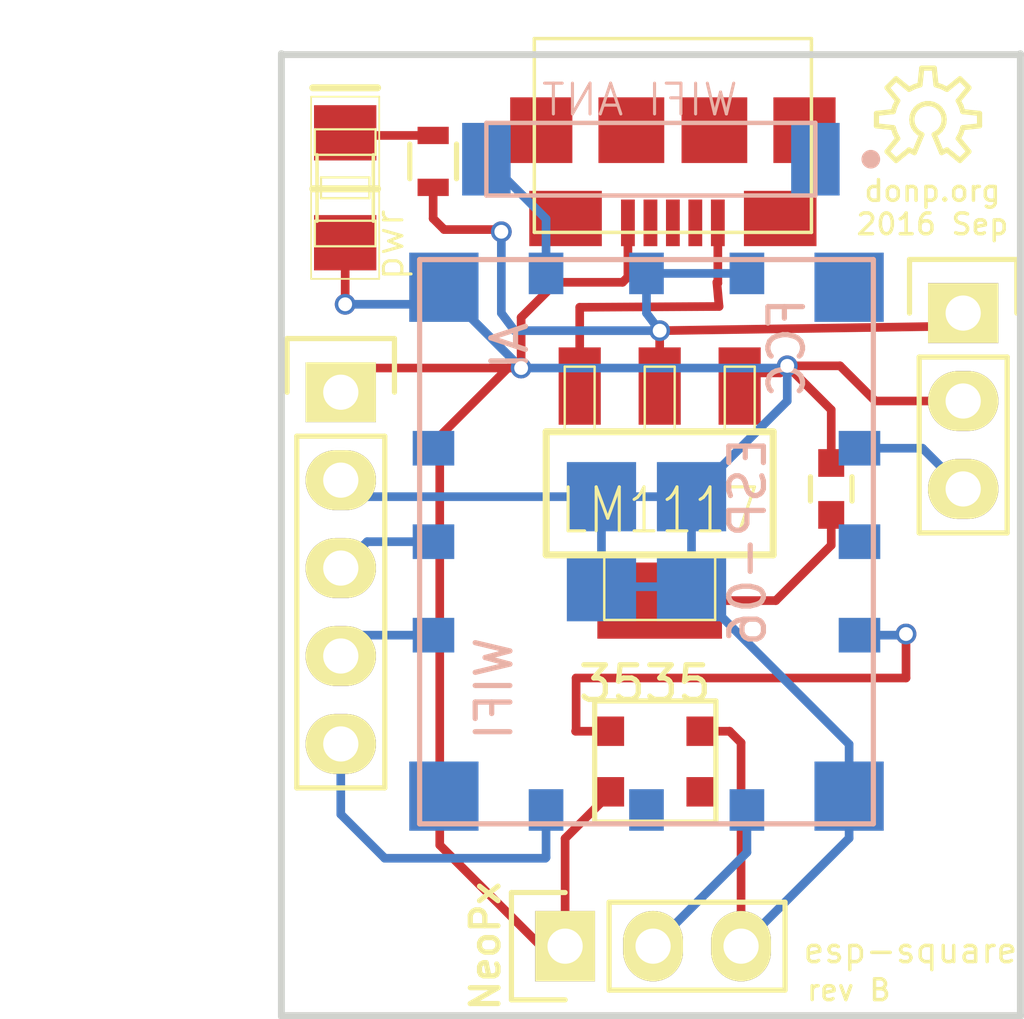
<source format=kicad_pcb>
(kicad_pcb (version 4) (host pcbnew 4.1.0-alpha+201607031448+6962~45~ubuntu15.04.1-product)

  (general
    (links 0)
    (no_connects 0)
    (area 123.678215 35.86461 161.627286 73.743285)
    (thickness 1.6)
    (drawings 7)
    (tracks 99)
    (zones 0)
    (modules 12)
    (nets 1)
  )

  (page A4)
  (layers
    (0 F.Cu signal)
    (31 B.Cu signal)
    (32 B.Adhes user)
    (33 F.Adhes user)
    (34 B.Paste user)
    (35 F.Paste user)
    (36 B.SilkS user)
    (37 F.SilkS user)
    (38 B.Mask user)
    (39 F.Mask user)
    (40 Dwgs.User user)
    (41 Cmts.User user)
    (42 Eco1.User user)
    (43 Eco2.User user)
    (44 Edge.Cuts user)
    (45 Margin user)
    (46 B.CrtYd user)
    (47 F.CrtYd user)
    (48 B.Fab user)
    (49 F.Fab user)
  )

  (setup
    (last_trace_width 0.25)
    (trace_clearance 0.2)
    (zone_clearance 0.508)
    (zone_45_only no)
    (trace_min 0.2)
    (segment_width 0.2)
    (edge_width 0.2)
    (via_size 0.6)
    (via_drill 0.4)
    (via_min_size 0.4)
    (via_min_drill 0.3)
    (uvia_size 0.3)
    (uvia_drill 0.1)
    (uvias_allowed no)
    (uvia_min_size 0.2)
    (uvia_min_drill 0.1)
    (pcb_text_width 0.3)
    (pcb_text_size 1.5 1.5)
    (mod_edge_width 0.15)
    (mod_text_size 1 1)
    (mod_text_width 0.15)
    (pad_size 3.59918 2.19964)
    (pad_drill 0)
    (pad_to_mask_clearance 0.2)
    (aux_axis_origin 0 0)
    (visible_elements FFFEFF7F)
    (pcbplotparams
      (layerselection 0x010f0_ffffffff)
      (usegerberextensions true)
      (excludeedgelayer true)
      (linewidth 0.100000)
      (plotframeref false)
      (viasonmask false)
      (mode 1)
      (useauxorigin false)
      (hpglpennumber 1)
      (hpglpenspeed 20)
      (hpglpendiameter 15)
      (psnegative false)
      (psa4output false)
      (plotreference true)
      (plotvalue true)
      (plotinvisibletext false)
      (padsonsilk false)
      (subtractmaskfromsilk false)
      (outputformat 1)
      (mirror false)
      (drillshape 0)
      (scaleselection 1)
      (outputdirectory /home/donp/osh/espsquare))
  )

  (net 0 "")

  (net_class Default "This is the default net class."
    (clearance 0.2)
    (trace_width 0.25)
    (via_dia 0.6)
    (via_drill 0.4)
    (uvia_dia 0.3)
    (uvia_drill 0.1)
  )

  (module Pin_Headers:Pin_Header_Straight_1x03 (layer F.Cu) (tedit 57B8E39A) (tstamp 57BC01B3)
    (at 151.638 45.466)
    (descr "Through hole pin header")
    (tags "pin header")
    (fp_text reference "" (at 0 -2.3) (layer F.SilkS)
      (effects (font (size 0.8 0.9) (thickness 0.15)))
    )
    (fp_text value Pin_Header_Straight_1x03 (at 0 -3.1) (layer F.Fab) hide
      (effects (font (size 1 1) (thickness 0.15)))
    )
    (fp_line (start -1.75 -1.75) (end -1.75 6.85) (layer F.CrtYd) (width 0.05))
    (fp_line (start 1.75 -1.75) (end 1.75 6.85) (layer F.CrtYd) (width 0.05))
    (fp_line (start -1.75 -1.75) (end 1.75 -1.75) (layer F.CrtYd) (width 0.05))
    (fp_line (start -1.75 6.85) (end 1.75 6.85) (layer F.CrtYd) (width 0.05))
    (fp_line (start -1.27 1.27) (end -1.27 6.35) (layer F.SilkS) (width 0.15))
    (fp_line (start -1.27 6.35) (end 1.27 6.35) (layer F.SilkS) (width 0.15))
    (fp_line (start 1.27 6.35) (end 1.27 1.27) (layer F.SilkS) (width 0.15))
    (fp_line (start 1.55 -1.55) (end 1.55 0) (layer F.SilkS) (width 0.15))
    (fp_line (start 1.27 1.27) (end -1.27 1.27) (layer F.SilkS) (width 0.15))
    (fp_line (start -1.55 0) (end -1.55 -1.55) (layer F.SilkS) (width 0.15))
    (fp_line (start -1.55 -1.55) (end 1.55 -1.55) (layer F.SilkS) (width 0.15))
    (pad 1 thru_hole rect (at 0 0) (size 2.032 1.7272) (drill 1.016) (layers *.Cu *.Mask F.SilkS))
    (pad 2 thru_hole oval (at 0 2.54) (size 2.032 1.7272) (drill 1.016) (layers *.Cu *.Mask F.SilkS))
    (pad 3 thru_hole oval (at 0 5.08) (size 2.032 1.7272) (drill 1.016) (layers *.Cu *.Mask F.SilkS))
    (model Pin_Headers.3dshapes/Pin_Header_Straight_1x03.wrl
      (at (xyz 0 -0.1 0))
      (scale (xyz 1 1 1))
      (rotate (xyz 0 0 90))
    )
    (model Pin_Headers.3dshapes/Pin_Header_Straight_1x03.wrl
      (at (xyz 0 -0.1 0))
      (scale (xyz 1 1 1))
      (rotate (xyz 0 0 90))
    )
    (model Pin_Headers.3dshapes/Pin_Header_Straight_1x03.wrl
      (at (xyz 0 -0.1 0))
      (scale (xyz 1 1 1))
      (rotate (xyz 0 0 90))
    )
    (model Pin_Headers.3dshapes/Pin_Header_Straight_1x03.wrl
      (at (xyz 0 -0.1 0))
      (scale (xyz 1 1 1))
      (rotate (xyz 0 0 90))
    )
  )

  (module aalay:aalay-LED1206 (layer F.Cu) (tedit 57B713D9) (tstamp 56F9A37D)
    (at 133.7945 41.8465 90)
    (attr smd)
    (fp_text reference pwr (at -1.651 1.27 90) (layer F.SilkS)
      (effects (font (size 0.8 0.8) (thickness 0.0889)))
    )
    (fp_text value >VALUE (at 0.508 2.032 90) (layer B.SilkS) hide
      (effects (font (size 1.016 1.016) (thickness 0.0889)) (justify mirror))
    )
    (fp_line (start -1.6891 0.8763) (end -0.9525 0.8763) (layer F.SilkS) (width 0.06604))
    (fp_line (start -0.9525 0.8763) (end -0.9525 -0.8763) (layer F.SilkS) (width 0.06604))
    (fp_line (start -1.6891 -0.8763) (end -0.9525 -0.8763) (layer F.SilkS) (width 0.06604))
    (fp_line (start -1.6891 0.8763) (end -1.6891 -0.8763) (layer F.SilkS) (width 0.06604))
    (fp_line (start 0.9525 0.8763) (end 1.6891 0.8763) (layer F.SilkS) (width 0.06604))
    (fp_line (start 1.6891 0.8763) (end 1.6891 -0.8763) (layer F.SilkS) (width 0.06604))
    (fp_line (start 0.9525 -0.8763) (end 1.6891 -0.8763) (layer F.SilkS) (width 0.06604))
    (fp_line (start 0.9525 0.8763) (end 0.9525 -0.8763) (layer F.SilkS) (width 0.06604))
    (fp_line (start -0.29972 0.6985) (end 0.29972 0.6985) (layer F.SilkS) (width 0.06604))
    (fp_line (start 0.29972 0.6985) (end 0.29972 -0.6985) (layer F.SilkS) (width 0.06604))
    (fp_line (start -0.29972 -0.6985) (end 0.29972 -0.6985) (layer F.SilkS) (width 0.06604))
    (fp_line (start -0.29972 0.6985) (end -0.29972 -0.6985) (layer F.SilkS) (width 0.06604))
    (fp_line (start 0.9525 0.8128) (end -0.9652 0.8128) (layer F.SilkS) (width 0.1016))
    (fp_line (start 0.9525 -0.8128) (end -0.9652 -0.8128) (layer F.SilkS) (width 0.1016))
    (fp_line (start -2.63144 -0.98298) (end 2.63144 -0.98298) (layer F.SilkS) (width 0.0508))
    (fp_line (start 2.63144 -0.98298) (end 2.63144 0.98298) (layer F.SilkS) (width 0.0508))
    (fp_line (start 2.63144 0.98298) (end -2.63144 0.98298) (layer F.SilkS) (width 0.0508))
    (fp_line (start -2.63144 0.98298) (end -2.63144 -0.98298) (layer F.SilkS) (width 0.0508))
    (fp_line (start -0.03048 0.93472) (end -0.03048 -0.93472) (layer F.SilkS) (width 0.2032))
    (fp_line (start 2.88798 0.93472) (end 2.88798 -0.93472) (layer F.SilkS) (width 0.2032))
    (pad A smd rect (at -1.5875 0 90) (size 1.59766 1.80086) (layers F.Cu F.Paste F.Mask))
    (pad K smd rect (at 1.5875 0 90) (size 1.59766 1.80086) (layers F.Cu F.Paste F.Mask))
  )

  (module Pin_Headers:Pin_Header_Straight_1x03 (layer F.Cu) (tedit 57B8E513) (tstamp 56F7230E)
    (at 140.1445 63.754 90)
    (descr "Through hole pin header")
    (tags "pin header")
    (fp_text reference NeoPx (at 0 -2.3 90) (layer F.SilkS)
      (effects (font (size 0.8 0.8) (thickness 0.15)))
    )
    (fp_text value Pin_Header_Straight_1x03 (at 0 -3.1 90) (layer F.Fab) hide
      (effects (font (size 1 1) (thickness 0.15)))
    )
    (fp_line (start -1.75 -1.75) (end -1.75 6.85) (layer F.CrtYd) (width 0.05))
    (fp_line (start 1.75 -1.75) (end 1.75 6.85) (layer F.CrtYd) (width 0.05))
    (fp_line (start -1.75 -1.75) (end 1.75 -1.75) (layer F.CrtYd) (width 0.05))
    (fp_line (start -1.75 6.85) (end 1.75 6.85) (layer F.CrtYd) (width 0.05))
    (fp_line (start -1.27 1.27) (end -1.27 6.35) (layer F.SilkS) (width 0.15))
    (fp_line (start -1.27 6.35) (end 1.27 6.35) (layer F.SilkS) (width 0.15))
    (fp_line (start 1.27 6.35) (end 1.27 1.27) (layer F.SilkS) (width 0.15))
    (fp_line (start 1.55 -1.55) (end 1.55 0) (layer F.SilkS) (width 0.15))
    (fp_line (start 1.27 1.27) (end -1.27 1.27) (layer F.SilkS) (width 0.15))
    (fp_line (start -1.55 0) (end -1.55 -1.55) (layer F.SilkS) (width 0.15))
    (fp_line (start -1.55 -1.55) (end 1.55 -1.55) (layer F.SilkS) (width 0.15))
    (pad 1 thru_hole rect (at 0 0 90) (size 2.032 1.7272) (drill 1.016) (layers *.Cu *.Mask F.SilkS))
    (pad 2 thru_hole oval (at 0 2.54 90) (size 2.032 1.7272) (drill 1.016) (layers *.Cu *.Mask F.SilkS))
    (pad 3 thru_hole oval (at 0 5.08 90) (size 2.032 1.7272) (drill 1.016) (layers *.Cu *.Mask F.SilkS))
    (model Pin_Headers.3dshapes/Pin_Header_Straight_1x03.wrl
      (at (xyz 0 -0.1 0))
      (scale (xyz 1 1 1))
      (rotate (xyz 0 0 90))
    )
    (model Pin_Headers.3dshapes/Pin_Header_Straight_1x03.wrl
      (at (xyz 0 -0.1 0))
      (scale (xyz 1 1 1))
      (rotate (xyz 0 0 90))
    )
  )

  (module aalay:aalay-SOT223 (layer F.Cu) (tedit 56F70B8E) (tstamp 56F03C8A)
    (at 142.875 50.673 180)
    (descr "SOT223 PACKAGE")
    (tags "SOT223 PACKAGE")
    (attr smd)
    (fp_text reference LM1117 (at 0 -0.5 180) (layer F.SilkS)
      (effects (font (size 1.27 1) (thickness 0.0889)))
    )
    (fp_text value >VALUE (at 1.27 0.6858 180) (layer B.SilkS) hide
      (effects (font (size 1.27 1.27) (thickness 0.0889)) (justify mirror))
    )
    (fp_line (start -1.6002 -1.80086) (end 1.6002 -1.80086) (layer F.SilkS) (width 0.06604))
    (fp_line (start 1.6002 -1.80086) (end 1.6002 -3.6576) (layer F.SilkS) (width 0.06604))
    (fp_line (start -1.6002 -3.6576) (end 1.6002 -3.6576) (layer F.SilkS) (width 0.06604))
    (fp_line (start -1.6002 -1.80086) (end -1.6002 -3.6576) (layer F.SilkS) (width 0.06604))
    (fp_line (start -0.4318 3.6576) (end 0.4318 3.6576) (layer F.SilkS) (width 0.06604))
    (fp_line (start 0.4318 3.6576) (end 0.4318 1.80086) (layer F.SilkS) (width 0.06604))
    (fp_line (start -0.4318 1.80086) (end 0.4318 1.80086) (layer F.SilkS) (width 0.06604))
    (fp_line (start -0.4318 3.6576) (end -0.4318 1.80086) (layer F.SilkS) (width 0.06604))
    (fp_line (start -2.7432 3.6576) (end -1.8796 3.6576) (layer F.SilkS) (width 0.06604))
    (fp_line (start -1.8796 3.6576) (end -1.8796 1.80086) (layer F.SilkS) (width 0.06604))
    (fp_line (start -2.7432 1.80086) (end -1.8796 1.80086) (layer F.SilkS) (width 0.06604))
    (fp_line (start -2.7432 3.6576) (end -2.7432 1.80086) (layer F.SilkS) (width 0.06604))
    (fp_line (start 1.8796 3.6576) (end 2.7432 3.6576) (layer F.SilkS) (width 0.06604))
    (fp_line (start 2.7432 3.6576) (end 2.7432 1.80086) (layer F.SilkS) (width 0.06604))
    (fp_line (start 1.8796 1.80086) (end 2.7432 1.80086) (layer F.SilkS) (width 0.06604))
    (fp_line (start 1.8796 3.6576) (end 1.8796 1.80086) (layer F.SilkS) (width 0.06604))
    (fp_line (start -1.6002 -1.80086) (end 1.6002 -1.80086) (layer F.SilkS) (width 0.06604))
    (fp_line (start 1.6002 -1.80086) (end 1.6002 -3.6576) (layer F.SilkS) (width 0.06604))
    (fp_line (start -1.6002 -3.6576) (end 1.6002 -3.6576) (layer F.SilkS) (width 0.06604))
    (fp_line (start -1.6002 -1.80086) (end -1.6002 -3.6576) (layer F.SilkS) (width 0.06604))
    (fp_line (start -0.4318 3.6576) (end 0.4318 3.6576) (layer F.SilkS) (width 0.06604))
    (fp_line (start 0.4318 3.6576) (end 0.4318 1.80086) (layer F.SilkS) (width 0.06604))
    (fp_line (start -0.4318 1.80086) (end 0.4318 1.80086) (layer F.SilkS) (width 0.06604))
    (fp_line (start -0.4318 3.6576) (end -0.4318 1.80086) (layer F.SilkS) (width 0.06604))
    (fp_line (start -2.7432 3.6576) (end -1.8796 3.6576) (layer F.SilkS) (width 0.06604))
    (fp_line (start -1.8796 3.6576) (end -1.8796 1.80086) (layer F.SilkS) (width 0.06604))
    (fp_line (start -2.7432 1.80086) (end -1.8796 1.80086) (layer F.SilkS) (width 0.06604))
    (fp_line (start -2.7432 3.6576) (end -2.7432 1.80086) (layer F.SilkS) (width 0.06604))
    (fp_line (start 1.8796 3.6576) (end 2.7432 3.6576) (layer F.SilkS) (width 0.06604))
    (fp_line (start 2.7432 3.6576) (end 2.7432 1.80086) (layer F.SilkS) (width 0.06604))
    (fp_line (start 1.8796 1.80086) (end 2.7432 1.80086) (layer F.SilkS) (width 0.06604))
    (fp_line (start 1.8796 3.6576) (end 1.8796 1.80086) (layer F.SilkS) (width 0.06604))
    (fp_line (start 3.2766 -1.778) (end 3.2766 1.778) (layer F.SilkS) (width 0.2032))
    (fp_line (start 3.2766 1.778) (end -3.2766 1.778) (layer F.SilkS) (width 0.2032))
    (fp_line (start -3.2766 1.778) (end -3.2766 -1.778) (layer F.SilkS) (width 0.2032))
    (fp_line (start -3.2766 -1.778) (end 3.2766 -1.778) (layer F.SilkS) (width 0.2032))
    (pad GND smd rect (at -2.30886 3.0988 180) (size 1.21666 2.23266) (layers F.Cu F.Paste F.Mask))
    (pad OUT smd rect (at 0 3.0988 180) (size 1.21666 2.23266) (layers F.Cu F.Paste F.Mask))
    (pad IN smd rect (at 2.30886 3.0988 180) (size 1.21666 2.23266) (layers F.Cu F.Paste F.Mask))
    (pad OUT smd rect (at 0 -3.0988 180) (size 3.59918 2.19964) (layers F.Cu F.Paste F.Mask))
  )

  (module OPL-Antenna:OPL-Antenna-ANT2-SMD-9.5X2.1X1.0MM (layer B.Cu) (tedit 577AC5CE) (tstamp 56EF2E24)
    (at 142.621 41.021 180)
    (attr smd)
    (fp_text reference "WIFI ANT" (at 0.3175 1.7145 180) (layer B.SilkS)
      (effects (font (size 0.889 0.889) (thickness 0.0889)) (justify mirror))
    )
    (fp_text value >VALUE (at 0.762 -2.0955 180) (layer F.SilkS) hide
      (effects (font (size 0.889 0.889) (thickness 0.0889)))
    )
    (fp_line (start -4.7498 -1.04902) (end 4.7498 -1.04902) (layer B.SilkS) (width 0.06604))
    (fp_line (start 4.7498 -1.04902) (end 4.7498 1.04902) (layer B.SilkS) (width 0.06604))
    (fp_line (start -4.7498 1.04902) (end 4.7498 1.04902) (layer B.SilkS) (width 0.06604))
    (fp_line (start -4.7498 -1.04902) (end -4.7498 1.04902) (layer B.SilkS) (width 0.06604))
    (fp_line (start -4.7498 1.04902) (end 4.7498 1.04902) (layer B.SilkS) (width 0.127))
    (fp_line (start 4.7498 1.04902) (end 4.7498 -1.04902) (layer B.SilkS) (width 0.127))
    (fp_line (start 4.7498 -1.04902) (end -4.7498 -1.04902) (layer B.SilkS) (width 0.127))
    (fp_line (start -4.7498 -1.04902) (end -4.7498 1.04902) (layer B.SilkS) (width 0.127))
    (fp_circle (center -6.35 0) (end -6.5405 -0.1905) (layer B.SilkS) (width 0))
    (pad 1 smd rect (at -4.7498 0 180) (size 1.39954 2.09804) (layers B.Cu B.Paste B.Mask))
    (pad 2 smd rect (at 4.7498 0 180) (size 1.39954 2.09804) (layers B.Cu B.Paste B.Mask))
  )

  (module Resistors_SMD:R_0603 (layer F.Cu) (tedit 57B8D37B) (tstamp 577AC355)
    (at 136.3345 41.0845 90)
    (descr "Resistor SMD 0603, reflow soldering, Vishay (see dcrcw.pdf)")
    (tags "resistor 0603")
    (attr smd)
    (fp_text reference "" (at 0 -1.9 90) (layer F.SilkS)
      (effects (font (size 1 1) (thickness 0.15)))
    )
    (fp_text value R_0603 (at 0 1.9 90) (layer F.Fab)
      (effects (font (size 0.5 0.5) (thickness 0.125)))
    )
    (fp_line (start -1.3 -0.8) (end 1.3 -0.8) (layer F.CrtYd) (width 0.05))
    (fp_line (start -1.3 0.8) (end 1.3 0.8) (layer F.CrtYd) (width 0.05))
    (fp_line (start -1.3 -0.8) (end -1.3 0.8) (layer F.CrtYd) (width 0.05))
    (fp_line (start 1.3 -0.8) (end 1.3 0.8) (layer F.CrtYd) (width 0.05))
    (fp_line (start 0.5 0.675) (end -0.5 0.675) (layer F.SilkS) (width 0.15))
    (fp_line (start -0.5 -0.675) (end 0.5 -0.675) (layer F.SilkS) (width 0.15))
    (pad 1 smd rect (at -0.75 0 90) (size 0.5 0.9) (layers F.Cu F.Paste F.Mask))
    (pad 2 smd rect (at 0.75 0 90) (size 0.5 0.9) (layers F.Cu F.Paste F.Mask))
    (model Resistors_SMD.3dshapes/R_0603.wrl
      (at (xyz 0 0 0))
      (scale (xyz 1 1 1))
      (rotate (xyz 0 0 0))
    )
    (model Resistors_SMD.3dshapes/R_0603.wrl
      (at (xyz 0 0 0))
      (scale (xyz 1 1 1))
      (rotate (xyz 0 0 0))
    )
    (model Resistors_SMD.3dshapes/R_0603.wrl
      (at (xyz 0 0 0))
      (scale (xyz 1 1 1))
      (rotate (xyz 0 0 0))
    )
    (model Resistors_SMD.3dshapes/R_0603.wrl
      (at (xyz 0 0 0))
      (scale (xyz 1 1 1))
      (rotate (xyz 0 0 0))
    )
  )

  (module Capacitors_SMD:C_0603 (layer F.Cu) (tedit 57B556AC) (tstamp 57B66417)
    (at 147.828 50.546 90)
    (descr "Capacitor SMD 0603, reflow soldering, AVX (see smccp.pdf)")
    (tags "capacitor 0603")
    (attr smd)
    (fp_text reference "" (at 0 -1.9 90) (layer F.SilkS)
      (effects (font (size 1 1) (thickness 0.15)))
    )
    (fp_text value C_0603 (at 0 1.9 90) (layer F.Fab)
      (effects (font (size 1 1) (thickness 0.15)))
    )
    (fp_line (start -1.45 -0.75) (end 1.45 -0.75) (layer F.CrtYd) (width 0.05))
    (fp_line (start -1.45 0.75) (end 1.45 0.75) (layer F.CrtYd) (width 0.05))
    (fp_line (start -1.45 -0.75) (end -1.45 0.75) (layer F.CrtYd) (width 0.05))
    (fp_line (start 1.45 -0.75) (end 1.45 0.75) (layer F.CrtYd) (width 0.05))
    (fp_line (start -0.35 -0.6) (end 0.35 -0.6) (layer F.SilkS) (width 0.15))
    (fp_line (start 0.35 0.6) (end -0.35 0.6) (layer F.SilkS) (width 0.15))
    (pad 1 smd rect (at -0.75 0 90) (size 0.8 0.75) (layers F.Cu F.Paste F.Mask))
    (pad 2 smd rect (at 0.75 0 90) (size 0.8 0.75) (layers F.Cu F.Paste F.Mask))
    (model Capacitors_SMD.3dshapes/C_0603.wrl
      (at (xyz 0 0 0))
      (scale (xyz 1 1 1))
      (rotate (xyz 0 0 0))
    )
    (model Capacitors_SMD.3dshapes/C_0603.wrl
      (at (xyz 0 0 0))
      (scale (xyz 1 1 1))
      (rotate (xyz 0 0 0))
    )
  )

  (module aalay:aalay-OSHW_LOGO_S (layer F.Cu) (tedit 200000) (tstamp 57B820CA)
    (at 150.622 39.878)
    (attr virtual)
    (fp_text reference "" (at 0 0) (layer F.SilkS)
      (effects (font (thickness 0.15)))
    )
    (fp_text value "" (at 0 0) (layer F.SilkS)
      (effects (font (thickness 0.15)))
    )
    (fp_line (start 0.3937 0.9525) (end 0.5461 0.87376) (layer F.SilkS) (width 0.14986))
    (fp_line (start 0.5461 0.87376) (end 0.92202 1.1811) (layer F.SilkS) (width 0.14986))
    (fp_line (start 0.92202 1.1811) (end 1.1811 0.92202) (layer F.SilkS) (width 0.14986))
    (fp_line (start 1.1811 0.92202) (end 0.87376 0.5461) (layer F.SilkS) (width 0.14986))
    (fp_line (start 0.87376 0.5461) (end 0.9525 0.3937) (layer F.SilkS) (width 0.14986))
    (fp_line (start 0.9525 0.3937) (end 1.0033 0.23114) (layer F.SilkS) (width 0.14986))
    (fp_line (start 1.0033 0.23114) (end 1.48844 0.18034) (layer F.SilkS) (width 0.14986))
    (fp_line (start 1.48844 0.18034) (end 1.48844 -0.18034) (layer F.SilkS) (width 0.14986))
    (fp_line (start 1.48844 -0.18034) (end 1.0033 -0.23114) (layer F.SilkS) (width 0.14986))
    (fp_line (start 1.0033 -0.23114) (end 0.9525 -0.3937) (layer F.SilkS) (width 0.14986))
    (fp_line (start 0.9525 -0.3937) (end 0.87376 -0.5461) (layer F.SilkS) (width 0.14986))
    (fp_line (start 0.87376 -0.5461) (end 1.1811 -0.92202) (layer F.SilkS) (width 0.14986))
    (fp_line (start 1.1811 -0.92202) (end 0.92202 -1.1811) (layer F.SilkS) (width 0.14986))
    (fp_line (start 0.92202 -1.1811) (end 0.5461 -0.87376) (layer F.SilkS) (width 0.14986))
    (fp_line (start 0.5461 -0.87376) (end 0.3937 -0.9525) (layer F.SilkS) (width 0.14986))
    (fp_line (start 0.3937 -0.9525) (end 0.23114 -1.0033) (layer F.SilkS) (width 0.14986))
    (fp_line (start 0.23114 -1.0033) (end 0.18034 -1.48844) (layer F.SilkS) (width 0.14986))
    (fp_line (start 0.18034 -1.48844) (end -0.18034 -1.48844) (layer F.SilkS) (width 0.14986))
    (fp_line (start -0.18034 -1.48844) (end -0.23114 -1.0033) (layer F.SilkS) (width 0.14986))
    (fp_line (start -0.23114 -1.0033) (end -0.3937 -0.9525) (layer F.SilkS) (width 0.14986))
    (fp_line (start -0.3937 -0.9525) (end -0.5461 -0.87376) (layer F.SilkS) (width 0.14986))
    (fp_line (start -0.5461 -0.87376) (end -0.92202 -1.1811) (layer F.SilkS) (width 0.14986))
    (fp_line (start -0.92202 -1.1811) (end -1.1811 -0.92202) (layer F.SilkS) (width 0.14986))
    (fp_line (start -1.1811 -0.92202) (end -0.87376 -0.5461) (layer F.SilkS) (width 0.14986))
    (fp_line (start -0.87376 -0.5461) (end -0.9525 -0.3937) (layer F.SilkS) (width 0.14986))
    (fp_line (start -0.9525 -0.3937) (end -1.0033 -0.23114) (layer F.SilkS) (width 0.14986))
    (fp_line (start -1.0033 -0.23114) (end -1.48844 -0.18034) (layer F.SilkS) (width 0.14986))
    (fp_line (start -1.48844 -0.18034) (end -1.48844 0.18034) (layer F.SilkS) (width 0.14986))
    (fp_line (start -1.48844 0.18034) (end -1.0033 0.23114) (layer F.SilkS) (width 0.14986))
    (fp_line (start -1.0033 0.23114) (end -0.9525 0.3937) (layer F.SilkS) (width 0.14986))
    (fp_line (start -0.9525 0.3937) (end -0.87376 0.5461) (layer F.SilkS) (width 0.14986))
    (fp_line (start -0.87376 0.5461) (end -1.1811 0.92202) (layer F.SilkS) (width 0.14986))
    (fp_line (start -1.1811 0.92202) (end -0.92202 1.1811) (layer F.SilkS) (width 0.14986))
    (fp_line (start -0.92202 1.1811) (end -0.5461 0.87376) (layer F.SilkS) (width 0.14986))
    (fp_line (start -0.5461 0.87376) (end -0.3937 0.9525) (layer F.SilkS) (width 0.14986))
    (fp_line (start -0.3937 0.9525) (end -0.1778 0.4318) (layer F.SilkS) (width 0.14986))
    (fp_line (start -0.1778 0.4318) (end -0.27432 0.37846) (layer F.SilkS) (width 0.14986))
    (fp_line (start -0.27432 0.37846) (end -0.3556 0.30226) (layer F.SilkS) (width 0.14986))
    (fp_line (start -0.3556 0.30226) (end -0.41656 0.21082) (layer F.SilkS) (width 0.14986))
    (fp_line (start -0.41656 0.21082) (end -0.45466 0.10922) (layer F.SilkS) (width 0.14986))
    (fp_line (start -0.45466 0.10922) (end -0.46736 0) (layer F.SilkS) (width 0.14986))
    (fp_line (start -0.46736 0) (end -0.45466 -0.10922) (layer F.SilkS) (width 0.14986))
    (fp_line (start -0.45466 -0.10922) (end -0.41402 -0.2159) (layer F.SilkS) (width 0.14986))
    (fp_line (start -0.41402 -0.2159) (end -0.35052 -0.30734) (layer F.SilkS) (width 0.14986))
    (fp_line (start -0.35052 -0.30734) (end -0.2667 -0.38354) (layer F.SilkS) (width 0.14986))
    (fp_line (start -0.2667 -0.38354) (end -0.16764 -0.43434) (layer F.SilkS) (width 0.14986))
    (fp_line (start -0.16764 -0.43434) (end -0.06096 -0.46228) (layer F.SilkS) (width 0.14986))
    (fp_line (start -0.06096 -0.46228) (end 0.0508 -0.46482) (layer F.SilkS) (width 0.14986))
    (fp_line (start 0.0508 -0.46482) (end 0.16002 -0.43942) (layer F.SilkS) (width 0.14986))
    (fp_line (start 0.16002 -0.43942) (end 0.25908 -0.38862) (layer F.SilkS) (width 0.14986))
    (fp_line (start 0.25908 -0.38862) (end 0.34544 -0.31496) (layer F.SilkS) (width 0.14986))
    (fp_line (start 0.34544 -0.31496) (end 0.40894 -0.22352) (layer F.SilkS) (width 0.14986))
    (fp_line (start 0.40894 -0.22352) (end 0.45212 -0.11938) (layer F.SilkS) (width 0.14986))
    (fp_line (start 0.45212 -0.11938) (end 0.46736 -0.01016) (layer F.SilkS) (width 0.14986))
    (fp_line (start 0.46736 -0.01016) (end 0.4572 0.09906) (layer F.SilkS) (width 0.14986))
    (fp_line (start 0.4572 0.09906) (end 0.4191 0.20574) (layer F.SilkS) (width 0.14986))
    (fp_line (start 0.4191 0.20574) (end 0.35814 0.29972) (layer F.SilkS) (width 0.14986))
    (fp_line (start 0.35814 0.29972) (end 0.27686 0.37592) (layer F.SilkS) (width 0.14986))
    (fp_line (start 0.27686 0.37592) (end 0.1778 0.4318) (layer F.SilkS) (width 0.14986))
    (fp_line (start 0.1778 0.4318) (end 0.3937 0.9525) (layer F.SilkS) (width 0.14986))
  )

  (module ESP8266:ESP-06 (layer B.Cu) (tedit 57B8CC68) (tstamp 56EF2894)
    (at 142.494 52.07 270)
    (fp_text reference ESP-06 (at 0 -2.921 270) (layer B.SilkS)
      (effects (font (size 1 1) (thickness 0.15)) (justify mirror))
    )
    (fp_text value ESP-06 (at 0 0.5 270) (layer F.Fab)
      (effects (font (size 1 1) (thickness 0.15)))
    )
    (fp_text user AI (at -5.65 3.95 270) (layer B.SilkS)
      (effects (font (size 1 1) (thickness 0.15)) (justify mirror))
    )
    (fp_text user WIFI (at 4.25 4.4 270) (layer B.SilkS)
      (effects (font (size 1 1) (thickness 0.15)) (justify mirror))
    )
    (fp_text user FCC (at -5.6 -4.05 270) (layer B.SilkS)
      (effects (font (size 1 1) (thickness 0.15)) (justify mirror))
    )
    (fp_line (start -8.15 -6.55) (end 8.15 -6.55) (layer B.SilkS) (width 0.15))
    (fp_line (start 8.15 -6.55) (end 8.15 6.55) (layer B.SilkS) (width 0.15))
    (fp_line (start 8.15 6.55) (end -8.15 6.55) (layer B.SilkS) (width 0.15))
    (fp_line (start -8.15 6.55) (end -8.15 -6.55) (layer B.SilkS) (width 0.15))
    (pad GND smd rect (at -7.35 5.85 270) (size 2 2) (layers B.Cu B.Paste B.Mask))
    (pad GP5 smd rect (at 7.35 5.85 270) (size 2 2) (layers B.Cu B.Paste B.Mask))
    (pad GP16 smd rect (at -7.35 -5.85 270) (size 2 2) (layers B.Cu B.Paste B.Mask))
    (pad GP15 smd rect (at 7.35 -5.85 270) (size 2 2) (layers B.Cu B.Paste B.Mask))
    (pad GP14 smd rect (at -2.7 -6.15 270) (size 1 1.2) (layers B.Cu B.Paste B.Mask))
    (pad GP12 smd rect (at 0 -6.15 270) (size 1 1.2) (layers B.Cu B.Paste B.Mask))
    (pad GP13 smd rect (at 2.7 -6.15 270) (size 1 1.2) (layers B.Cu B.Paste B.Mask))
    (pad TX smd rect (at 0 6.15 270) (size 1 1.2) (layers B.Cu B.Paste B.Mask))
    (pad RST smd rect (at -2.7 6.15 270) (size 1 1.2) (layers B.Cu B.Paste B.Mask))
    (pad RX smd rect (at 2.7 6.15 270) (size 1 1.2) (layers B.Cu B.Paste B.Mask))
    (pad 3.3 smd rect (at -7.75 0 270) (size 1.2 1) (layers B.Cu B.Paste B.Mask))
    (pad CHPD smd rect (at -7.75 -2.9 270) (size 1.2 1) (layers B.Cu B.Paste B.Mask))
    (pad ANT smd rect (at -7.75 2.9 270) (size 1.2 1) (layers B.Cu B.Paste B.Mask))
    (pad GP2 smd rect (at 7.75 0 270) (size 1.2 1) (layers B.Cu B.Paste B.Mask))
    (pad GP0 smd rect (at 7.75 2.9 270) (size 1.2 1) (layers B.Cu B.Paste B.Mask))
    (pad GP4 smd rect (at 7.75 -2.9 270) (size 1.2 1) (layers B.Cu B.Paste B.Mask))
    (pad GND smd rect (at -1.3 1.3 270) (size 2 2) (layers B.Cu B.Paste B.Mask))
    (pad GND smd rect (at 1.3 1.3 270) (size 2 2) (layers B.Cu B.Paste B.Mask))
    (pad GND smd rect (at -1.3 -1.3 270) (size 2 2) (layers B.Cu B.Paste B.Mask))
    (pad GND smd rect (at 1.3 -1.3 270) (size 2 2) (layers B.Cu B.Paste B.Mask))
  )

  (module open-project:MICRO-B_USB (layer F.Cu) (tedit 57B8E0DF) (tstamp 57BAEA7E)
    (at 143.256 38.735 180)
    (fp_text reference "" (at 0 -5.842 180) (layer F.SilkS)
      (effects (font (size 0.762 0.762) (thickness 0.127)))
    )
    (fp_text value "" (at -0.05 2.09 180) (layer F.SilkS)
      (effects (font (size 0.762 0.762) (thickness 0.127)))
    )
    (fp_line (start -4.0005 1.00076) (end -4.0005 1.19888) (layer F.SilkS) (width 0.09906))
    (fp_line (start 4.0005 1.00076) (end 4.0005 1.19888) (layer F.SilkS) (width 0.09906))
    (fp_line (start -4.0005 -4.39928) (end 4.0005 -4.39928) (layer F.SilkS) (width 0.09906))
    (fp_line (start 4.0005 -4.39928) (end 4.0005 1.00076) (layer F.SilkS) (width 0.09906))
    (fp_line (start 4.0005 1.19888) (end -4.0005 1.19888) (layer F.SilkS) (width 0.09906))
    (fp_line (start -4.0005 1.00076) (end -4.0005 -4.39928) (layer F.SilkS) (width 0.09906))
    (pad "" smd rect (at -1.19888 -1.4478 180) (size 1.89738 1.89738) (layers F.Cu F.Paste F.Mask))
    (pad "" smd rect (at 1.19888 -1.4478 180) (size 1.89992 1.89738) (layers F.Cu F.Paste F.Mask))
    (pad "" smd rect (at 3.79984 -1.4478 180) (size 1.79578 1.89738) (layers F.Cu F.Paste F.Mask))
    (pad "" smd rect (at -3.0988 -3.99796 180) (size 2.0955 1.59766) (layers F.Cu F.Paste F.Mask))
    (pad 1 smd rect (at -1.29794 -4.12496 180) (size 0.39878 1.3462) (layers F.Cu F.Paste F.Mask)
      (clearance 0.2032))
    (pad 2 smd rect (at -0.6477 -4.12496 180) (size 0.39878 1.3462) (layers F.Cu F.Paste F.Mask)
      (clearance 0.2032))
    (pad 3 smd rect (at 0 -4.12496 180) (size 0.39878 1.3462) (layers F.Cu F.Paste F.Mask)
      (clearance 0.2032))
    (pad 4 smd rect (at 0.6477 -4.12496 180) (size 0.39878 1.3462) (layers F.Cu F.Paste F.Mask)
      (clearance 0.2032))
    (pad 5 smd rect (at 1.29794 -4.12496 180) (size 0.39878 1.3462) (layers F.Cu F.Paste F.Mask)
      (clearance 0.2032))
    (pad "" smd rect (at 3.0988 -3.99796 180) (size 2.0955 1.59766) (layers F.Cu F.Paste F.Mask))
    (pad "" smd rect (at -3.79984 -1.4478 180) (size 1.79578 1.89738) (layers F.Cu F.Paste F.Mask))
  )

  (module Pin_Headers:Pin_Header_Straight_1x05 (layer F.Cu) (tedit 57B8E008) (tstamp 57BBFF38)
    (at 133.6675 47.752)
    (descr "Through hole pin header")
    (tags "pin header")
    (fp_text reference "" (at 0 -5.1) (layer F.SilkS)
      (effects (font (size 1 1) (thickness 0.15)))
    )
    (fp_text value Pin_Header_Straight_1x05 (at 0 -3.1) (layer F.Fab)
      (effects (font (size 1 1) (thickness 0.15)))
    )
    (fp_line (start -1.55 0) (end -1.55 -1.55) (layer F.SilkS) (width 0.15))
    (fp_line (start -1.55 -1.55) (end 1.55 -1.55) (layer F.SilkS) (width 0.15))
    (fp_line (start 1.55 -1.55) (end 1.55 0) (layer F.SilkS) (width 0.15))
    (fp_line (start -1.75 -1.75) (end -1.75 11.95) (layer F.CrtYd) (width 0.05))
    (fp_line (start 1.75 -1.75) (end 1.75 11.95) (layer F.CrtYd) (width 0.05))
    (fp_line (start -1.75 -1.75) (end 1.75 -1.75) (layer F.CrtYd) (width 0.05))
    (fp_line (start -1.75 11.95) (end 1.75 11.95) (layer F.CrtYd) (width 0.05))
    (fp_line (start 1.27 1.27) (end 1.27 11.43) (layer F.SilkS) (width 0.15))
    (fp_line (start 1.27 11.43) (end -1.27 11.43) (layer F.SilkS) (width 0.15))
    (fp_line (start -1.27 11.43) (end -1.27 1.27) (layer F.SilkS) (width 0.15))
    (fp_line (start 1.27 1.27) (end -1.27 1.27) (layer F.SilkS) (width 0.15))
    (pad 1 thru_hole rect (at 0 0) (size 2.032 1.7272) (drill 1.016) (layers *.Cu *.Mask F.SilkS))
    (pad 2 thru_hole oval (at 0 2.54) (size 2.032 1.7272) (drill 1.016) (layers *.Cu *.Mask F.SilkS))
    (pad 3 thru_hole oval (at 0 5.08) (size 2.032 1.7272) (drill 1.016) (layers *.Cu *.Mask F.SilkS))
    (pad 4 thru_hole oval (at 0 7.62) (size 2.032 1.7272) (drill 1.016) (layers *.Cu *.Mask F.SilkS))
    (pad 5 thru_hole oval (at 0 10.16) (size 2.032 1.7272) (drill 1.016) (layers *.Cu *.Mask F.SilkS))
    (model Pin_Headers.3dshapes/Pin_Header_Straight_1x05.wrl
      (at (xyz 0 -0.2 0))
      (scale (xyz 1 1 1))
      (rotate (xyz 0 0 90))
    )
    (model Pin_Headers.3dshapes/Pin_Header_Straight_1x05.wrl
      (at (xyz 0 -0.2 0))
      (scale (xyz 1 1 1))
      (rotate (xyz 0 0 90))
    )
    (model Pin_Headers.3dshapes/Pin_Header_Straight_1x05.wrl
      (at (xyz 0 -0.2 0))
      (scale (xyz 1 1 1))
      (rotate (xyz 0 0 90))
    )
    (model Pin_Headers.3dshapes/Pin_Header_Straight_1x05.wrl
      (at (xyz 0 -0.2 0))
      (scale (xyz 1 1 1))
      (rotate (xyz 0 0 90))
    )
  )

  (module ws2812:3535 (layer F.Cu) (tedit 57B92637) (tstamp 57BA36BB)
    (at 142.748 58.42 180)
    (fp_text reference 3535 (at 0.3 2.25 180) (layer F.SilkS)
      (effects (font (size 1 1) (thickness 0.15)))
    )
    (fp_text value 3535 (at 0.05 -2.2 180) (layer F.Fab)
      (effects (font (size 1 1) (thickness 0.15)))
    )
    (fp_line (start 1.75 1.75) (end -1.75 1.75) (layer F.SilkS) (width 0.15))
    (fp_line (start -1.75 1.75) (end -1.75 -1.75) (layer F.SilkS) (width 0.15))
    (fp_line (start 1.75 -1.75) (end 1.75 1.75) (layer F.SilkS) (width 0.15))
    (fp_line (start -1.75 -1.75) (end 1.7 -1.75) (layer F.SilkS) (width 0.15))
    (pad IN smd rect (at 1.325 0.875 180) (size 0.85 0.85) (layers F.Cu F.Paste F.Mask))
    (pad VDD smd rect (at 1.325 -0.875 180) (size 0.85 0.85) (layers F.Cu F.Paste F.Mask))
    (pad VSS smd rect (at -1.325 0.875 180) (size 0.85 0.85) (layers F.Cu F.Paste F.Mask))
    (pad OUT smd rect (at -1.325 -0.875 180) (size 0.85 0.85) (layers F.Cu F.Paste F.Mask))
  )

  (gr_text "rev B" (at 148.336 65.024) (layer F.SilkS)
    (effects (font (size 0.6 0.6) (thickness 0.1)))
  )
  (gr_text esp-square (at 150.114 63.881) (layer F.SilkS)
    (effects (font (size 0.7 0.7) (thickness 0.1)))
  )
  (gr_line (start 153.289 65.786) (end 153.289 37.973) (angle 90) (layer Edge.Cuts) (width 0.2) (tstamp 57BAEB47))
  (gr_line (start 131.953 65.786) (end 131.953 37.973) (angle 90) (layer Edge.Cuts) (width 0.2))
  (gr_line (start 132 65.76) (end 153.3 65.76) (angle 90) (layer Edge.Cuts) (width 0.2))
  (gr_line (start 153.3 38) (end 132 38) (angle 90) (layer Edge.Cuts) (width 0.2))
  (gr_text "donp.org\n2016 Sep" (at 150.749 42.418) (layer F.SilkS)
    (effects (font (size 0.6 0.6) (thickness 0.1)))
  )

  (segment (start 141.423 57.545) (end 140.448 57.545) (width 0.25) (layer F.Cu) (net 0))
  (segment (start 149.954 54.77) (end 148.644 54.77) (width 0.25) (layer B.Cu) (net 0) (tstamp 57BA378F))
  (segment (start 149.987 54.737) (end 149.954 54.77) (width 0.25) (layer B.Cu) (net 0) (tstamp 57BA378E))
  (via (at 149.987 54.737) (size 0.6) (drill 0.4) (layers F.Cu B.Cu) (net 0))
  (segment (start 149.987 56.007) (end 149.987 54.737) (width 0.25) (layer F.Cu) (net 0) (tstamp 57BA378B))
  (segment (start 140.462 56.007) (end 149.987 56.007) (width 0.25) (layer F.Cu) (net 0) (tstamp 57BA378A))
  (segment (start 140.462 57.531) (end 140.462 56.007) (width 0.25) (layer F.Cu) (net 0) (tstamp 57BA3789))
  (segment (start 140.448 57.545) (end 140.462 57.531) (width 0.25) (layer F.Cu) (net 0) (tstamp 57BA3788))
  (segment (start 144.073 57.545) (end 144.893 57.545) (width 0.25) (layer F.Cu) (net 0))
  (segment (start 145.2245 57.8765) (end 145.2245 63.754) (width 0.25) (layer F.Cu) (net 0) (tstamp 57BA3784))
  (segment (start 144.893 57.545) (end 145.2245 57.8765) (width 0.25) (layer F.Cu) (net 0) (tstamp 57BA3783))
  (segment (start 144.073 59.295) (end 144.073 59.508) (width 0.25) (layer F.Cu) (net 0))
  (segment (start 141.423 59.295) (end 141.423 59.364) (width 0.25) (layer F.Cu) (net 0))
  (segment (start 141.423 59.364) (end 140.1445 60.6425) (width 0.25) (layer F.Cu) (net 0) (tstamp 57BA3779))
  (segment (start 140.1445 60.6425) (end 140.1445 63.754) (width 0.25) (layer F.Cu) (net 0) (tstamp 57BA377A))
  (segment (start 138.8745 47.0535) (end 138.4935 47.0535) (width 0.25) (layer F.Cu) (net 0))
  (segment (start 136.525 60.833) (end 139.446 63.754) (width 0.25) (layer F.Cu) (net 0) (tstamp 57BB3B82))
  (segment (start 136.525 49.022) (end 136.525 60.833) (width 0.25) (layer F.Cu) (net 0) (tstamp 57BB3B80))
  (segment (start 138.4935 47.0535) (end 136.525 49.022) (width 0.25) (layer F.Cu) (net 0) (tstamp 57BB3B7F))
  (segment (start 139.446 63.754) (end 140.1445 63.754) (width 0.25) (layer F.Cu) (net 0) (tstamp 57BB3B83))
  (segment (start 140.56614 47.5742) (end 140.56614 48.15586) (width 0.25) (layer F.Cu) (net 0))
  (segment (start 140.56614 48.15586) (end 140.1445 48.5775) (width 0.25) (layer F.Cu) (net 0) (tstamp 57BC02C0))
  (segment (start 145.394 59.82) (end 145.394 61.0445) (width 0.25) (layer B.Cu) (net 0))
  (segment (start 145.394 61.0445) (end 142.6845 63.754) (width 0.25) (layer B.Cu) (net 0) (tstamp 57BC02BC))
  (segment (start 148.344 59.42) (end 148.344 60.6345) (width 0.25) (layer B.Cu) (net 0))
  (segment (start 148.344 60.6345) (end 145.2245 63.754) (width 0.25) (layer B.Cu) (net 0) (tstamp 57BC02B8))
  (segment (start 148.644 49.37) (end 150.462 49.37) (width 0.25) (layer B.Cu) (net 0))
  (segment (start 150.462 49.37) (end 151.638 50.546) (width 0.25) (layer B.Cu) (net 0) (tstamp 57BC0285))
  (segment (start 142.875 45.974) (end 151.257 45.847) (width 0.25) (layer F.Cu) (net 0))
  (segment (start 151.257 45.847) (end 151.638 45.466) (width 0.25) (layer F.Cu) (net 0) (tstamp 57BC0282))
  (segment (start 146.558 46.99) (end 148.082 46.99) (width 0.25) (layer F.Cu) (net 0))
  (segment (start 149.098 48.006) (end 151.638 48.006) (width 0.25) (layer F.Cu) (net 0) (tstamp 57BC027E))
  (segment (start 148.082 46.99) (end 149.098 48.006) (width 0.25) (layer F.Cu) (net 0) (tstamp 57BC027D))
  (segment (start 147.828 49.796) (end 147.828 48.26) (width 0.25) (layer F.Cu) (net 0))
  (segment (start 147.828 48.26) (end 146.558 46.99) (width 0.25) (layer F.Cu) (net 0) (tstamp 57BC01AD))
  (segment (start 142.875 53.7718) (end 146.2278 53.7718) (width 0.25) (layer F.Cu) (net 0))
  (segment (start 147.828 52.1716) (end 147.828 51.296) (width 0.25) (layer F.Cu) (net 0) (tstamp 57BC01AA))
  (segment (start 146.2278 53.7718) (end 147.828 52.1716) (width 0.25) (layer F.Cu) (net 0) (tstamp 57BC01A9))
  (segment (start 148.344 59.42) (end 148.344 57.92) (width 0.25) (layer B.Cu) (net 0))
  (segment (start 148.344 57.92) (end 143.794 53.37) (width 0.25) (layer B.Cu) (net 0) (tstamp 57BC00AD))
  (segment (start 139.594 59.82) (end 139.594 61.193) (width 0.25) (layer B.Cu) (net 0))
  (segment (start 133.6675 59.944) (end 133.6675 57.912) (width 0.25) (layer B.Cu) (net 0) (tstamp 57BC0093))
  (segment (start 134.9375 61.214) (end 133.6675 59.944) (width 0.25) (layer B.Cu) (net 0) (tstamp 57BC0092))
  (segment (start 139.573 61.214) (end 134.9375 61.214) (width 0.25) (layer B.Cu) (net 0) (tstamp 57BC0091))
  (segment (start 139.594 61.193) (end 139.573 61.214) (width 0.25) (layer B.Cu) (net 0) (tstamp 57BC0090))
  (segment (start 136.344 54.77) (end 134.2695 54.77) (width 0.25) (layer B.Cu) (net 0))
  (segment (start 134.2695 54.77) (end 133.6675 55.372) (width 0.25) (layer B.Cu) (net 0) (tstamp 57BC008D))
  (segment (start 136.344 52.07) (end 134.4295 52.07) (width 0.25) (layer B.Cu) (net 0))
  (segment (start 134.4295 52.07) (end 133.6675 52.832) (width 0.25) (layer B.Cu) (net 0) (tstamp 57BC008A))
  (segment (start 141.194 50.77) (end 134.1455 50.77) (width 0.25) (layer B.Cu) (net 0))
  (segment (start 134.1455 50.77) (end 133.6675 50.292) (width 0.25) (layer B.Cu) (net 0) (tstamp 57BC0087))
  (segment (start 138.8745 47.0535) (end 134.366 47.0535) (width 0.25) (layer F.Cu) (net 0))
  (segment (start 134.366 47.0535) (end 133.6675 47.752) (width 0.25) (layer F.Cu) (net 0) (tstamp 57BC0083))
  (segment (start 143.794 50.77) (end 143.794 53.37) (width 0.25) (layer B.Cu) (net 0) (status 30))
  (segment (start 143.794 53.37) (end 141.194 53.37) (width 0.25) (layer B.Cu) (net 0) (tstamp 57BAEE76) (status 30))
  (segment (start 141.194 53.37) (end 141.194 50.77) (width 0.25) (layer B.Cu) (net 0) (tstamp 57BAEE77) (status 30))
  (segment (start 141.194 50.77) (end 143.794 50.77) (width 0.25) (layer B.Cu) (net 0) (tstamp 57BAEE78) (status 30))
  (segment (start 146.558 46.99) (end 146.558 48.006) (width 0.25) (layer B.Cu) (net 0))
  (segment (start 146.558 48.006) (end 143.794 50.77) (width 0.25) (layer B.Cu) (net 0) (tstamp 57BAEE72) (status 20))
  (segment (start 136.644 44.72) (end 136.1915 44.72) (width 0.25) (layer B.Cu) (net 0) (status 30))
  (segment (start 136.1915 44.72) (end 135.6995 45.212) (width 0.25) (layer B.Cu) (net 0) (tstamp 57BAEE6A) (status 30))
  (segment (start 135.6995 45.212) (end 133.7945 45.212) (width 0.25) (layer B.Cu) (net 0) (tstamp 57BAEE6B) (status 10))
  (via (at 133.7945 45.212) (size 0.6) (drill 0.4) (layers F.Cu B.Cu) (net 0))
  (segment (start 133.7945 45.212) (end 133.7945 43.434) (width 0.25) (layer F.Cu) (net 0) (tstamp 57BAEE6D))
  (segment (start 136.3345 40.3345) (end 133.87 40.3345) (width 0.25) (layer F.Cu) (net 0))
  (segment (start 133.87 40.3345) (end 133.7945 40.259) (width 0.25) (layer F.Cu) (net 0) (tstamp 57BAEE60))
  (segment (start 142.875 45.974) (end 138.684 45.974) (width 0.25) (layer B.Cu) (net 0))
  (segment (start 136.3345 42.7355) (end 136.3345 41.8345) (width 0.25) (layer F.Cu) (net 0) (tstamp 57BAEE5D))
  (segment (start 136.652 43.053) (end 136.3345 42.7355) (width 0.25) (layer F.Cu) (net 0) (tstamp 57BAEE5C))
  (segment (start 138.2395 43.053) (end 136.652 43.053) (width 0.25) (layer F.Cu) (net 0) (tstamp 57BAEE5B))
  (segment (start 138.303 43.1165) (end 138.2395 43.053) (width 0.25) (layer F.Cu) (net 0) (tstamp 57BAEE5A))
  (via (at 138.303 43.1165) (size 0.6) (drill 0.4) (layers F.Cu B.Cu) (net 0))
  (segment (start 138.303 45.466) (end 138.303 43.1165) (width 0.25) (layer B.Cu) (net 0) (tstamp 57BAEE57))
  (segment (start 138.684 45.974) (end 138.303 45.466) (width 0.25) (layer B.Cu) (net 0) (tstamp 57BAEE56))
  (segment (start 142.875 47.5742) (end 142.875 45.974) (width 0.25) (layer F.Cu) (net 0) (status 10))
  (segment (start 142.494 45.466) (end 142.494 44.32) (width 0.25) (layer B.Cu) (net 0) (tstamp 57BAED58) (status 20))
  (segment (start 142.875 45.974) (end 142.494 45.466) (width 0.25) (layer B.Cu) (net 0) (tstamp 57BAED57))
  (via (at 142.875 45.974) (size 0.6) (drill 0.4) (layers F.Cu B.Cu) (net 0))
  (segment (start 138.8745 47.0535) (end 146.4945 47.0535) (width 0.25) (layer B.Cu) (net 0))
  (segment (start 146.3548 47.1932) (end 145.18386 47.1932) (width 0.25) (layer F.Cu) (net 0) (tstamp 57BAED26) (status 20))
  (segment (start 146.558 46.99) (end 146.3548 47.1932) (width 0.25) (layer F.Cu) (net 0) (tstamp 57BAED25))
  (via (at 146.558 46.99) (size 0.6) (drill 0.4) (layers F.Cu B.Cu) (net 0))
  (segment (start 146.4945 47.0535) (end 146.558 46.99) (width 0.25) (layer B.Cu) (net 0) (tstamp 57BAED23))
  (segment (start 141.95806 42.85996) (end 141.95806 44.42206) (width 0.25) (layer F.Cu) (net 0))
  (segment (start 138.8745 47.0535) (end 136.644 44.823) (width 0.25) (layer B.Cu) (net 0) (tstamp 57BAED0E) (status 20))
  (via (at 138.8745 47.0535) (size 0.6) (drill 0.4) (layers F.Cu B.Cu) (net 0))
  (segment (start 138.8745 45.593) (end 138.8745 47.0535) (width 0.25) (layer F.Cu) (net 0) (tstamp 57BAED0B))
  (segment (start 139.8905 44.577) (end 138.8745 45.593) (width 0.25) (layer F.Cu) (net 0) (tstamp 57BAED09))
  (segment (start 141.80312 44.577) (end 139.8905 44.577) (width 0.25) (layer F.Cu) (net 0) (tstamp 57BAED08))
  (segment (start 141.95806 44.42206) (end 141.80312 44.577) (width 0.25) (layer F.Cu) (net 0) (tstamp 57BAED07))
  (segment (start 136.644 44.823) (end 136.644 44.72) (width 0.25) (layer B.Cu) (net 0) (tstamp 57BAED0F) (status 30))
  (segment (start 144.55394 42.85996) (end 144.55394 44.60494) (width 0.25) (layer F.Cu) (net 0))
  (segment (start 140.56614 45.29836) (end 140.56614 47.1932) (width 0.25) (layer F.Cu) (net 0) (tstamp 57BAECF4) (status 20))
  (segment (start 144.5895 45.2755) (end 140.56614 45.29836) (width 0.25) (layer F.Cu) (net 0) (tstamp 57BAECF3))
  (segment (start 144.526 44.577) (end 144.5895 45.2755) (width 0.25) (layer F.Cu) (net 0) (tstamp 57BAECF2))
  (segment (start 144.55394 44.60494) (end 144.526 44.577) (width 0.25) (layer F.Cu) (net 0) (tstamp 57BAECF1))
  (segment (start 142.494 44.32) (end 145.394 44.32) (width 0.25) (layer B.Cu) (net 0) (status 30))
  (segment (start 139.594 44.32) (end 139.594 42.7438) (width 0.25) (layer B.Cu) (net 0) (status 10))
  (segment (start 139.594 42.7438) (end 137.8712 41.021) (width 0.25) (layer B.Cu) (net 0) (tstamp 57BAEC96))

)

</source>
